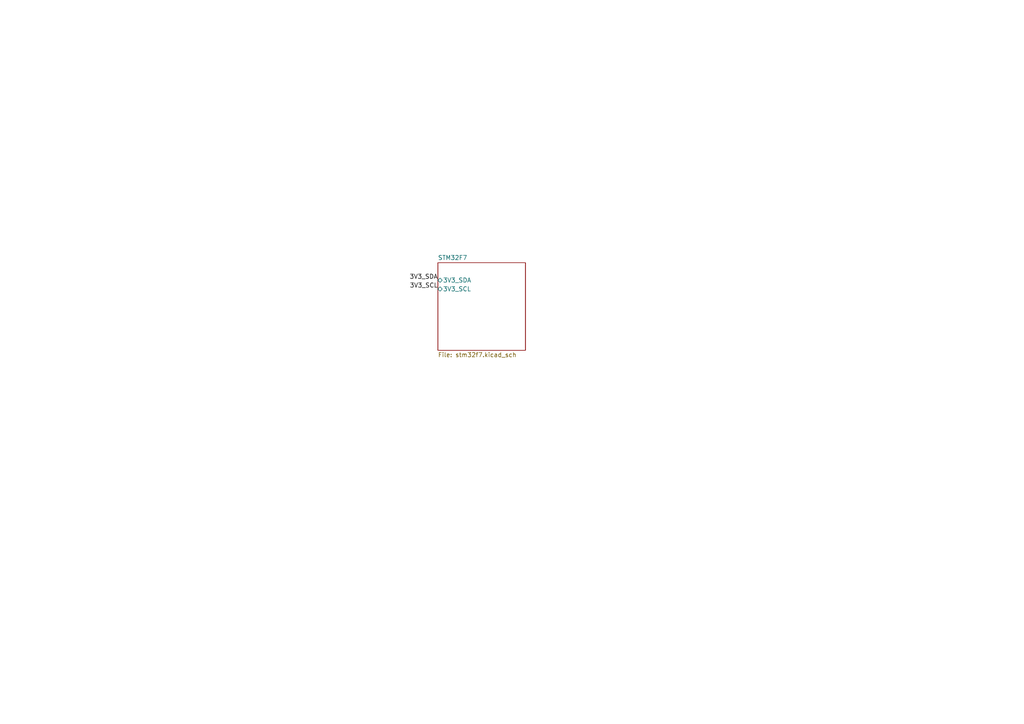
<source format=kicad_sch>
(kicad_sch
	(version 20231120)
	(generator "eeschema")
	(generator_version "8.0")
	(uuid "04706eb9-2bc4-42ee-95fb-1daba0e75bf5")
	(paper "A4")
	(title_block
		(title "STM32F722RETx dev board")
		(date "2024-09-06")
	)
	(lib_symbols)
	(label "3V3_SCL"
		(at 127 83.82 180)
		(fields_autoplaced yes)
		(effects
			(font
				(size 1.27 1.27)
			)
			(justify right bottom)
		)
		(uuid "08555398-17b1-42da-867f-c614e517c652")
	)
	(label "3V3_SDA"
		(at 127 81.28 180)
		(fields_autoplaced yes)
		(effects
			(font
				(size 1.27 1.27)
			)
			(justify right bottom)
		)
		(uuid "a360f031-8000-4bdb-b5fd-7355b3e18f24")
	)
	(sheet
		(at 127 76.2)
		(size 25.4 25.4)
		(fields_autoplaced yes)
		(stroke
			(width 0.1524)
			(type solid)
		)
		(fill
			(color 0 0 0 0.0000)
		)
		(uuid "381ae97c-cbe5-4408-9ec3-06ec3e6dd5a6")
		(property "Sheetname" "STM32F7"
			(at 127 75.4884 0)
			(effects
				(font
					(size 1.27 1.27)
				)
				(justify left bottom)
			)
		)
		(property "Sheetfile" "stm32f7.kicad_sch"
			(at 127 102.1846 0)
			(effects
				(font
					(size 1.27 1.27)
				)
				(justify left top)
			)
		)
		(pin "3V3_SCL" bidirectional
			(at 127 83.82 180)
			(effects
				(font
					(size 1.27 1.27)
				)
				(justify left)
			)
			(uuid "f3f7f038-6a83-4c22-9897-8186193d6baa")
		)
		(pin "3V3_SDA" bidirectional
			(at 127 81.28 180)
			(effects
				(font
					(size 1.27 1.27)
				)
				(justify left)
			)
			(uuid "c9ab1f6e-0247-4bf0-b4e6-3648a1b2cee4")
		)
		(instances
			(project "pcb_stm32f7"
				(path "/04706eb9-2bc4-42ee-95fb-1daba0e75bf5"
					(page "6")
				)
			)
		)
	)
	(sheet_instances
		(path "/"
			(page "1")
		)
	)
)

</source>
